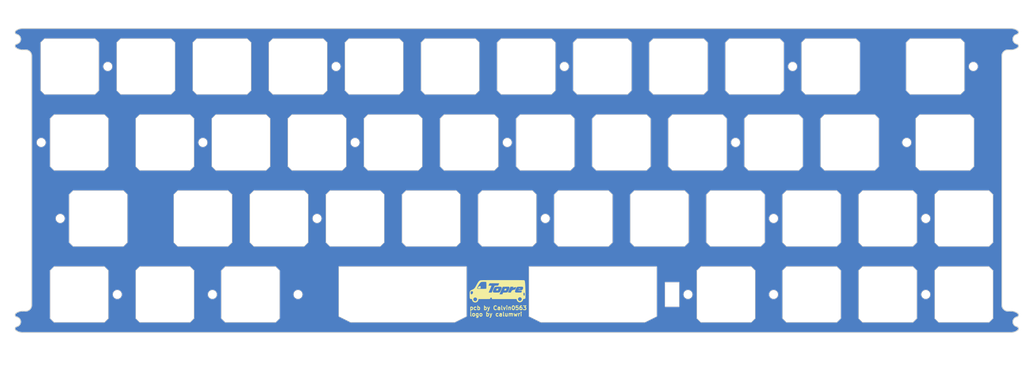
<source format=kicad_pcb>
(kicad_pcb (version 20240108) (generator "pcbnew") (generator_version "8.0")
  (layers (0 "F.Cu" signal) (31 "B.Cu" signal) (34 "B.Paste" user) (35 "F.Paste" user) (36 "B.SilkS" user "B.Silkscreen") (37 "F.SilkS" user "F.Silkscreen") (38 "B.Mask" user) (39 "F.Mask" user) (44 "Edge.Cuts" user))
  (net 0 "")
  (net 1 "GND")
  (footprint "cipulot_parts:ecs_plate_cut_1U" (layer "F.Cu") (at 146.84375 30.95625)
    (property "Reference" "REF**")
    (property "Value" "Value " (hide yes))
    (fp_line (start -7.3 -6) (end -7.3 6) (stroke (width 0.12)) (layer "Edge.Cuts"))
    (fp_line (start -7.3 6) (end -6.3 7) (stroke (width 0.12)) (layer "Edge.Cuts"))
    (fp_line (start -6.3 -7) (end -7.3 -6) (stroke (width 0.12)) (layer "Edge.Cuts"))
    (fp_line (start -6.3 7) (end 6.3 7) (stroke (width 0.12)) (layer "Edge.Cuts"))
    (fp_line (start 6.3 -7) (end -6.3 -7) (stroke (width 0.12)) (layer "Edge.Cuts"))
    (fp_line (start 6.3 -7) (end 7.3 -6) (stroke (width 0.12)) (layer "Edge.Cuts"))
    (fp_line (start 6.3 7) (end 7.3 6) (stroke (width 0.12)) (layer "Edge.Cuts"))
    (fp_line (start 7.3 6) (end 7.3 -6) (stroke (width 0.12)) (layer "Edge.Cuts"))
  )
  (footprint "cipulot_parts:ecs_plate_cut_1U" (layer "F.Cu") (at 56.35625 88.10625)
    (property "Reference" "REF**")
    (property "Value" "Value " (hide yes))
    (fp_line (start -7.3 -6) (end -7.3 6) (stroke (width 0.12)) (layer "Edge.Cuts"))
    (fp_line (start -7.3 6) (end -6.3 7) (stroke (width 0.12)) (layer "Edge.Cuts"))
    (fp_line (start -6.3 -7) (end -7.3 -6) (stroke (width 0.12)) (layer "Edge.Cuts"))
    (fp_line (start -6.3 7) (end 6.3 7) (stroke (width 0.12)) (layer "Edge.Cuts"))
    (fp_line (start 6.3 -7) (end -6.3 -7) (stroke (width 0.12)) (layer "Edge.Cuts"))
    (fp_line (start 6.3 -7) (end 7.3 -6) (stroke (width 0.12)) (layer "Edge.Cuts"))
    (fp_line (start 6.3 7) (end 7.3 6) (stroke (width 0.12)) (layer "Edge.Cuts"))
    (fp_line (start 7.3 6) (end 7.3 -6) (stroke (width 0.12)) (layer "Edge.Cuts"))
  )
  (footprint "cipulot_parts:ecs_plate_cut_1U" (layer "F.Cu") (at 34.925 88.10625)
    (property "Reference" "REF**")
    (property "Value" "Value " (hide yes))
    (fp_line (start -7.3 -6) (end -7.3 6) (stroke (width 0.12)) (layer "Edge.Cuts"))
    (fp_line (start -7.3 6) (end -6.3 7) (stroke (width 0.12)) (layer "Edge.Cuts"))
    (fp_line (start -6.3 -7) (end -7.3 -6) (stroke (width 0.12)) (layer "Edge.Cuts"))
    (fp_line (start -6.3 7) (end 6.3 7) (stroke (width 0.12)) (layer "Edge.Cuts"))
    (fp_line (start 6.3 -7) (end -6.3 -7) (stroke (width 0.12)) (layer "Edge.Cuts"))
    (fp_line (start 6.3 -7) (end 7.3 -6) (stroke (width 0.12)) (layer "Edge.Cuts"))
    (fp_line (start 6.3 7) (end 7.3 6) (stroke (width 0.12)) (layer "Edge.Cuts"))
    (fp_line (start 7.3 6) (end 7.3 -6) (stroke (width 0.12)) (layer "Edge.Cuts"))
  )
  (footprint "cipulot_parts:ecs_plate_cut_1U" (layer "F.Cu") (at 113.50625 50.00625)
    (property "Reference" "REF**")
    (property "Value" "Value " (hide yes))
    (fp_line (start -7.3 -6) (end -7.3 6) (stroke (width 0.12)) (layer "Edge.Cuts"))
    (fp_line (start -7.3 6) (end -6.3 7) (stroke (width 0.12)) (layer "Edge.Cuts"))
    (fp_line (start -6.3 -7) (end -7.3 -6) (stroke (width 0.12)) (layer "Edge.Cuts"))
    (fp_line (start -6.3 7) (end 6.3 7) (stroke (width 0.12)) (layer "Edge.Cuts"))
    (fp_line (start 6.3 -7) (end -6.3 -7) (stroke (width 0.12)) (layer "Edge.Cuts"))
    (fp_line (start 6.3 -7) (end 7.3 -6) (stroke (width 0.12)) (layer "Edge.Cuts"))
    (fp_line (start 6.3 7) (end 7.3 6) (stroke (width 0.12)) (layer "Edge.Cuts"))
    (fp_line (start 7.3 6) (end 7.3 -6) (stroke (width 0.12)) (layer "Edge.Cuts"))
  )
  (footprint "cipulot_parts:ecs_plate_cut_1U" (layer "F.Cu") (at 180.18125 69.05625)
    (property "Reference" "REF**")
    (property "Value" "Value " (hide yes))
    (fp_line (start -7.3 -6) (end -7.3 6) (stroke (width 0.12)) (layer "Edge.Cuts"))
    (fp_line (start -7.3 6) (end -6.3 7) (stroke (width 0.12)) (layer "Edge.Cuts"))
    (fp_line (start -6.3 -7) (end -7.3 -6) (stroke (width 0.12)) (layer "Edge.Cuts"))
    (fp_line (start -6.3 7) (end 6.3 7) (stroke (width 0.12)) (layer "Edge.Cuts"))
    (fp_line (start 6.3 -7) (end -6.3 -7) (stroke (width 0.12)) (layer "Edge.Cuts"))
    (fp_line (start 6.3 -7) (end 7.3 -6) (stroke (width 0.12)) (layer "Edge.Cuts"))
    (fp_line (start 6.3 7) (end 7.3 6) (stroke (width 0.12)) (layer "Edge.Cuts"))
    (fp_line (start 7.3 6) (end 7.3 -6) (stroke (width 0.12)) (layer "Edge.Cuts"))
  )
  (footprint "cipulot_parts:ecs_plate_cut_1U" (layer "F.Cu") (at 94.45625 50.00625)
    (property "Reference" "REF**")
    (property "Value" "Value " (hide yes))
    (fp_line (start -7.3 -6) (end -7.3 6) (stroke (width 0.12)) (layer "Edge.Cuts"))
    (fp_line (start -7.3 6) (end -6.3 7) (stroke (width 0.12)) (layer "Edge.Cuts"))
    (fp_line (start -6.3 -7) (end -7.3 -6) (stroke (width 0.12)) (layer "Edge.Cuts"))
    (fp_line (start -6.3 7) (end 6.3 7) (stroke (width 0.12)) (layer "Edge.Cuts"))
    (fp_line (start 6.3 -7) (end -6.3 -7) (stroke (width 0.12)) (layer "Edge.Cuts"))
    (fp_line (start 6.3 -7) (end 7.3 -6) (stroke (width 0.12)) (layer "Edge.Cuts"))
    (fp_line (start 6.3 7) (end 7.3 6) (stroke (width 0.12)) (layer "Edge.Cuts"))
    (fp_line (start 7.3 6) (end 7.3 -6) (stroke (width 0.12)) (layer "Edge.Cuts"))
  )
  (footprint "cipulot_parts:ecs_plate_cut_1U" (layer "F.Cu") (at 75.40625 50.00625)
    (property "Reference" "REF**")
    (property "Value" "Value " (hide yes))
    (fp_line (start -7.3 -6) (end -7.3 6) (stroke (width 0.12)) (layer "Edge.Cuts"))
    (fp_line (start -7.3 6) (end -6.3 7) (stroke (width 0.12)) (layer "Edge.Cuts"))
    (fp_line (start -6.3 -7) (end -7.3 -6) (stroke (width 0.12)) (layer "Edge.Cuts"))
    (fp_line (start -6.3 7) (end 6.3 7) (stroke (width 0.12)) (layer "Edge.Cuts"))
    (fp_line (start 6.3 -7) (end -6.3 -7) (stroke (width 0.12)) (layer "Edge.Cuts"))
    (fp_line (start 6.3 -7) (end 7.3 -6) (stroke (width 0.12)) (layer "Edge.Cuts"))
    (fp_line (start 6.3 7) (end 7.3 6) (stroke (width 0.12)) (layer "Edge.Cuts"))
    (fp_line (start 7.3 6) (end 7.3 -6) (stroke (width 0.12)) (layer "Edge.Cuts"))
  )
  (footprint "cipulot_parts:ecs_plate_cut_1U" (layer "F.Cu") (at 223.04375 30.95625)
    (property "Reference" "REF**")
    (property "Value" "Value " (hide yes))
    (fp_line (start -7.3 -6) (end -7.3 6) (stroke (width 0.12)) (layer "Edge.Cuts"))
    (fp_line (start -7.3 6) (end -6.3 7) (stroke (width 0.12)) (layer "Edge.Cuts"))
    (fp_line (start -6.3 -7) (end -7.3 -6) (stroke (width 0.12)) (layer "Edge.Cuts"))
    (fp_line (start -6.3 7) (end 6.3 7) (stroke (width 0.12)) (layer "Edge.Cuts"))
    (fp_line (start 6.3 -7) (end -6.3 -7) (stroke (width 0.12)) (layer "Edge.Cuts"))
    (fp_line (start 6.3 -7) (end 7.3 -6) (stroke (width 0.12)) (layer "Edge.Cuts"))
    (fp_line (start 6.3 7) (end 7.3 6) (stroke (width 0.12)) (layer "Edge.Cuts"))
    (fp_line (start 7.3 6) (end 7.3 -6) (stroke (width 0.12)) (layer "Edge.Cuts"))
  )
  (footprint "cipulot_parts:ecs_plate_cut_1U" (layer "F.Cu") (at 251.61875 50.00625)
    (property "Reference" "REF**")
    (property "Value" "Value " (hide yes))
    (fp_line (start -7.3 -6) (end -7.3 6) (stroke (width 0.12)) (layer "Edge.Cuts"))
    (fp_line (start -7.3 6) (end -6.3 7) (stroke (width 0.12)) (layer "Edge.Cuts"))
    (fp_line (start -6.3 -7) (end -7.3 -6) (stroke (width 0.12)) (layer "Edge.Cuts"))
    (fp_line (start -6.3 7) (end 6.3 7) (stroke (width 0.12)) (layer "Edge.Cuts"))
    (fp_line (start 6.3 -7) (end -6.3 -7) (stroke (width 0.12)) (layer "Edge.Cuts"))
    (fp_line (start 6.3 -7) (end 7.3 -6) (stroke (width 0.12)) (layer "Edge.Cuts"))
    (fp_line (start 6.3 7) (end 7.3 6) (stroke (width 0.12)) (layer "Edge.Cuts"))
    (fp_line (start 7.3 6) (end 7.3 -6) (stroke (width 0.12)) (layer "Edge.Cuts"))
  )
  (footprint "cipulot_parts:ecs_plate_cut_1U" (layer "F.Cu") (at 249.2375 30.95625)
    (property "Reference" "REF**")
    (property "Value" "Value " (hide yes))
    (fp_line (start -7.3 -6) (end -7.3 6) (stroke (width 0.12)) (layer "Edge.Cuts"))
    (fp_line (start -7.3 6) (end -6.3 7) (stroke (width 0.12)) (layer "Edge.Cuts"))
    (fp_line (start -6.3 -7) (end -7.3 -6) (stroke (width 0.12)) (layer "Edge.Cuts"))
    (fp_line (start -6.3 7) (end 6.3 7) (stroke (width 0.12)) (layer "Edge.Cuts"))
    (fp_line (start 6.3 -7) (end -6.3 -7) (stroke (width 0.12)) (layer "Edge.Cuts"))
    (fp_line (start 6.3 -7) (end 7.3 -6) (stroke (width 0.12)) (layer "Edge.Cuts"))
    (fp_line (start 6.3 7) (end 7.3 6) (stroke (width 0.12)) (layer "Edge.Cuts"))
    (fp_line (start 7.3 6) (end 7.3 -6) (stroke (width 0.12)) (layer "Edge.Cuts"))
  )
  (footprint "cipulot_parts:ecs_plate_cut_1U" (layer "F.Cu") (at 127.79375 30.95625)
    (property "Reference" "REF**")
    (property "Value" "Value " (hide yes))
    (fp_line (start -7.3 -6) (end -7.3 6) (stroke (width 0.12)) (layer "Edge.Cuts"))
    (fp_line (start -7.3 6) (end -6.3 7) (stroke (width 0.12)) (layer "Edge.Cuts"))
    (fp_line (start -6.3 -7) (end -7.3 -6) (stroke (width 0.12)) (layer "Edge.Cuts"))
    (fp_line (start -6.3 7) (end 6.3 7) (stroke (width 0.12)) (layer "Edge.Cuts"))
    (fp_line (start 6.3 -7) (end -6.3 -7) (stroke (width 0.12)) (layer "Edge.Cuts"))
    (fp_line (start 6.3 -7) (end 7.3 -6) (stroke (width 0.12)) (layer "Edge.Cuts"))
    (fp_line (start 6.3 7) (end 7.3 6) (stroke (width 0.12)) (layer "Edge.Cuts"))
    (fp_line (start 7.3 6) (end 7.3 -6) (stroke (width 0.12)) (layer "Edge.Cuts"))
  )
  (footprint "cipulot_parts:ecs_plate_cut_1U" (layer "F.Cu") (at 208.75625 50.00625)
    (property "Reference" "REF**")
    (property "Value" "Value " (hide yes))
    (fp_line (start -7.3 -6) (end -7.3 6) (stroke (width 0.12)) (layer "Edge.Cuts"))
    (fp_line (start -7.3 6) (end -6.3 7) (stroke (width 0.12)) (layer "Edge.Cuts"))
    (fp_line (start -6.3 -7) (end -7.3 -6) (stroke (width 0.12)) (layer "Edge.Cuts"))
    (fp_line (start -6.3 7) (end 6.3 7) (stroke (width 0.12)) (layer "Edge.Cuts"))
    (fp_line (start 6.3 -7) (end -6.3 -7) (stroke (width 0.12)) (layer "Edge.Cuts"))
    (fp_line (start 6.3 -7) (end 7.3 -6) (stroke (width 0.12)) (layer "Edge.Cuts"))
    (fp_line (start 6.3 7) (end 7.3 6) (stroke (width 0.12)) (layer "Edge.Cuts"))
    (fp_line (start 7.3 6) (end 7.3 -6) (stroke (width 0.12)) (layer "Edge.Cuts"))
  )
  (footprint "cipulot_parts:ecs_plate_cut_1U" (layer "F.Cu") (at 84.93125 69.05625)
    (property "Reference" "REF**")
    (property "Value" "Value " (hide yes))
    (fp_line (start -7.3 -6) (end -7.3 6) (stroke (width 0.12)) (layer "Edge.Cuts"))
    (fp_line (start -7.3 6) (end -6.3 7) (stroke (width 0.12)) (layer "Edge.Cuts"))
    (fp_line (start -6.3 -7) (end -7.3 -6) (stroke (width 0.12)) (layer "Edge.Cuts"))
    (fp_line (start -6.3 7) (end 6.3 7) (stroke (width 0.12)) (layer "Edge.Cuts"))
    (fp_line (start 6.3 -7) (end -6.3 -7) (stroke (width 0.12)) (layer "Edge.Cuts"))
    (fp_line (start 6.3 -7) (end 7.3 -6) (stroke (width 0.12)) (layer "Edge.Cuts"))
    (fp_line (start 6.3 7) (end 7.3 6) (stroke (width 0.12)) (layer "Edge.Cuts"))
    (fp_line (start 7.3 6) (end 7.3 -6) (stroke (width 0.12)) (layer "Edge.Cuts"))
  )
  (footprint "cipulot_parts:ecs_plate_cut_2U" (layer "F.Cu") (at 115.8875 88.10625)
    (property "Reference" "REF**")
    (property "Value" "Value " (hide yes))
    (fp_line (start -16 -7) (end 16 -7) (stroke (width 0.12)) (layer "Edge.Cuts"))
    (fp_line (start -16 0) (end -16 -7) (stroke (width 0.12)) (layer "Edge.Cuts"))
    (fp_line (start -16 0) (end -16 5.5) (stroke (width 0.12)) (layer "Edge.Cuts"))
    (fp_line (start -16 5.5) (end -13 7) (stroke (width 0.12)) (layer "Edge.Cuts"))
    (fp_line (start 13 7) (end -13 7) (stroke (width 0.12)) (layer "Edge.Cuts"))
    (fp_line (start 16 -7) (end 16 0) (stroke (width 0.12)) (layer "Edge.Cuts"))
    (fp_line (start 16 0) (end 16 5.5) (stroke (width 0.12)) (layer "Edge.Cuts"))
    (fp_line (start 16 5.5) (end 13 7) (stroke (width 0.12)) (layer "Edge.Cuts"))
  )
  (footprint "cipulot_parts:ecs_plate_cut_1U" (layer "F.Cu") (at 39.6875 69.05625)
    (property "Reference" "REF**")
    (property "Value" "Value " (hide yes))
    (fp_line (start -7.3 -6) (end -7.3 6) (stroke (width 0.12)) (layer "Edge.Cuts"))
    (fp_line (start -7.3 6) (end -6.3 7) (stroke (width 0.12)) (layer "Edge.Cuts"))
    (fp_line (start -6.3 -7) (end -7.3 -6) (stroke (width 0.12)) (layer "Edge.Cuts"))
    (fp_line (start -6.3 7) (end 6.3 7) (stroke (width 0.12)) (layer "Edge.Cuts"))
    (fp_line (start 6.3 -7) (end -6.3 -7) (stroke (width 0.12)) (layer "Edge.Cuts"))
    (fp_line (start 6.3 -7) (end 7.3 -6) (stroke (width 0.12)) (layer "Edge.Cuts"))
    (fp_line (start 6.3 7) (end 7.3 6) (stroke (width 0.12)) (layer "Edge.Cuts"))
    (fp_line (start 7.3 6) (end 7.3 -6) (stroke (width 0.12)) (layer "Edge.Cuts"))
  )
  (footprint "cipulot_parts:ecs_plate_cut_1U" (layer "F.Cu") (at 199.23125 69.05625)
    (property "Reference" "REF**")
    (property "Value" "Value " (hide yes))
    (fp_line (start -7.3 -6) (end -7.3 6) (stroke (width 0.12)) (layer "Edge.Cuts"))
    (fp_line (start -7.3 6) (end -6.3 7) (stroke (width 0.12)) (layer "Edge.Cuts"))
    (fp_line (start -6.3 -7) (end -7.3 -6) (stroke (width 0.12)) (layer "Edge.Cuts"))
    (fp_line (start -6.3 7) (end 6.3 7) (stroke (width 0.12)) (layer "Edge.Cuts"))
    (fp_line (start 6.3 -7) (end -6.3 -7) (stroke (width 0.12)) (layer "Edge.Cuts"))
    (fp_line (start 6.3 -7) (end 7.3 -6) (stroke (width 0.12)) (layer "Edge.Cuts"))
    (fp_line (start 6.3 7) (end 7.3 6) (stroke (width 0.12)) (layer "Edge.Cuts"))
    (fp_line (start 7.3 6) (end 7.3 -6) (stroke (width 0.12)) (layer "Edge.Cuts"))
  )
  (footprint "cipulot_parts:ecs_plate_cut_1U" (layer "F.Cu") (at 196.85 88.10625)
    (property "Reference" "REF**")
    (property "Value" "Value " (hide yes))
    (fp_line (start -7.3 -6) (end -7.3 6) (stroke (width 0.12)) (layer "Edge.Cuts"))
    (fp_line (start -7.3 6) (end -6.3 7) (stroke (width 0.12)) (layer "Edge.Cuts"))
    (fp_line (start -6.3 -7) (end -7.3 -6) (stroke (width 0.12)) (layer "Edge.Cuts"))
    (fp_line (start -6.3 7) (end 6.3 7) (stroke (width 0.12)) (layer "Edge.Cuts"))
    (fp_line (start 6.3 -7) (end -6.3 -7) (stroke (width 0.12)) (layer "Edge.Cuts"))
    (fp_line (start 6.3 -7) (end 7.3 -6) (stroke (width 0.12)) (layer "Edge.Cuts"))
    (fp_line (start 6.3 7) (end 7.3 6) (stroke (width 0.12)) (layer "Edge.Cuts"))
    (fp_line (start 7.3 6) (end 7.3 -6) (stroke (width 0.12)) (layer "Edge.Cuts"))
  )
  (footprint "cipulot_parts:ecs_plate_cut_1U" (layer "F.Cu") (at 189.70625 50.00625)
    (property "Reference" "REF**")
    (property "Value" "Value " (hide yes))
    (fp_line (start -7.3 -6) (end -7.3 6) (stroke (width 0.12)) (layer "Edge.Cuts"))
    (fp_line (start -7.3 6) (end -6.3 7) (stroke (width 0.12)) (layer "Edge.Cuts"))
    (fp_line (start -6.3 -7) (end -7.3 -6) (stroke (width 0.12)) (layer "Edge.Cuts"))
    (fp_line (start -6.3 7) (end 6.3 7) (stroke (width 0.12)) (layer "Edge.Cuts"))
    (fp_line (start 6.3 -7) (end -6.3 -7) (stroke (width 0.12)) (layer "Edge.Cuts"))
    (fp_line (start 6.3 -7) (end 7.3 -6) (stroke (width 0.12)) (layer "Edge.Cuts"))
    (fp_line (start 6.3 7) (end 7.3 6) (stroke (width 0.12)) (layer "Edge.Cuts"))
    (fp_line (start 7.3 6) (end 7.3 -6) (stroke (width 0.12)) (layer "Edge.Cuts"))
  )
  (footprint "cipulot_parts:ecs_plate_cut_1U" (layer "F.Cu") (at 34.925 50.00625)
    (property "Reference" "REF**")
    (property "Value" "Value " (hide yes))
    (fp_line (start -7.3 -6) (end -7.3 6) (stroke (width 0.12)) (layer "Edge.Cuts"))
    (fp_line (start -7.3 6) (end -6.3 7) (stroke (width 0.12)) (layer "Edge.Cuts"))
    (fp_line (start -6.3 -7) (end -7.3 -6) (stroke (width 0.12)) (layer "Edge.Cuts"))
    (fp_line (start -6.3 7) (end 6.3 7) (stroke (width 0.12)) (layer "Edge.Cuts"))
    (fp_line (start 6.3 -7) (end -6.3 -7) (stroke (width 0.12)) (layer "Edge.Cuts"))
    (fp_line (start 6.3 -7) (end 7.3 -6) (stroke (width 0.12)) (layer "Edge.Cuts"))
    (fp_line (start 6.3 7) (end 7.3 6) (stroke (width 0.12)) (layer "Edge.Cuts"))
    (fp_line (start 7.3 6) (end 7.3 -6) (stroke (width 0.12)) (layer "Edge.Cuts"))
  )
  (footprint "cipulot_parts:ecs_plate_cut_1U" (layer "F.Cu") (at 56.35625 50.00625)
    (property "Reference" "REF**")
    (property "Value" "Value " (hide yes))
    (fp_line (start -7.3 -6) (end -7.3 6) (stroke (width 0.12)) (layer "Edge.Cuts"))
    (fp_line (start -7.3 6) (end -6.3 7) (stroke (width 0.12)) (layer "Edge.Cuts"))
    (fp_line (start -6.3 -7) (end -7.3 -6) (stroke (width 0.12)) (layer "Edge.Cuts"))
    (fp_line (start -6.3 7) (end 6.3 7) (stroke (width 0.12)) (layer "Edge.Cuts"))
    (fp_line (start 6.3 -7) (end -6.3 -7) (stroke (width 0.12)) (layer "Edge.Cuts"))
    (fp_line (start 6.3 -7) (end 7.3 -6) (stroke (width 0.12)) (layer "Edge.Cuts"))
    (fp_line (start 6.3 7) (end 7.3 6) (stroke (width 0.12)) (layer "Edge.Cuts"))
    (fp_line (start 7.3 6) (end 7.3 -6) (stroke (width 0.12)) (layer "Edge.Cuts"))
  )
  (footprint "cipulot_parts:ecs_plate_cut_1U" (layer "F.Cu") (at 256.38125 88.10625)
    (property "Reference" "REF**")
    (property "Value" "Value " (hide yes))
    (fp_line (start -7.3 -6) (end -7.3 6) (stroke (width 0.12)) (layer "Edge.Cuts"))
    (fp_line (start -7.3 6) (end -6.3 7) (stroke (width 0.12)) (layer "Edge.Cuts"))
    (fp_line (start -6.3 -7) (end -7.3 -6) (stroke (width 0.12)) (layer "Edge.Cuts"))
    (fp_line (start -6.3 7) (end 6.3 7) (stroke (width 0.12)) (layer "Edge.Cuts"))
    (fp_line (start 6.3 -7) (end -6.3 -7) (stroke (width 0.12)) (layer "Edge.Cuts"))
    (fp_line (start 6.3 -7) (end 7.3 -6) (stroke (width 0.12)) (layer "Edge.Cuts"))
    (fp_line (start 6.3 7) (end 7.3 6) (stroke (width 0.12)) (layer "Edge.Cuts"))
    (fp_line (start 7.3 6) (end 7.3 -6) (stroke (width 0.12)) (layer "Edge.Cuts"))
  )
  (footprint "cipulot_parts:ecs_plate_cut_1U" (layer "F.Cu") (at 123.03125 69.05625)
    (property "Reference" "REF**")
    (property "Value" "Value " (hide yes))
    (fp_line (start -7.3 -6) (end -7.3 6) (stroke (width 0.12)) (layer "Edge.Cuts"))
    (fp_line (start -7.3 6) (end -6.3 7) (stroke (width 0.12)) (layer "Edge.Cuts"))
    (fp_line (start -6.3 -7) (end -7.3 -6) (stroke (width 0.12)) (layer "Edge.Cuts"))
    (fp_line (start -6.3 7) (end 6.3 7) (stroke (width 0.12)) (layer "Edge.Cuts"))
    (fp_line (start 6.3 -7) (end -6.3 -7) (stroke (width 0.12)) (layer "Edge.Cuts"))
    (fp_line (start 6.3 -7) (end 7.3 -6) (stroke (width 0.12)) (layer "Edge.Cuts"))
    (fp_line (start 6.3 7) (end 7.3 6) (stroke (width 0.12)) (layer "Edge.Cuts"))
    (fp_line (start 7.3 6) (end 7.3 -6) (stroke (width 0.12)) (layer "Edge.Cuts"))
  )
  (footprint "cipulot_parts:ecs_plate_cut_1U" (layer "F.Cu") (at 32.54375 30.95625)
    (property "Reference" "REF**")
    (property "Value" "Value " (hide yes))
    (fp_line (start -7.3 -6) (end -7.3 6) (stroke (width 0.12)) (layer "Edge.Cuts"))
    (fp_line (start -7.3 6) (end -6.3 7) (stroke (width 0.12)) (layer "Edge.Cuts"))
    (fp_line (start -6.3 -7) (end -7.3 -6) (stroke (width 0.12)) (layer "Edge.Cuts"))
    (fp_line (start -6.3 7) (end 6.3 7) (stroke (width 0.12)) (layer "Edge.Cuts"))
    (fp_line (start 6.3 -7) (end -6.3 -7) (stroke (width 0.12)) (layer "Edge.Cuts"))
    (fp_line (start 6.3 -7) (end 7.3 -6) (stroke (width 0.12)) (layer "Edge.Cuts"))
    (fp_line (start 6.3 7) (end 7.3 6) (stroke (width 0.12)) (layer "Edge.Cuts"))
    (fp_line (start 7.3 6) (end 7.3 -6) (stroke (width 0.12)) (layer "Edge.Cuts"))
  )
  (footprint "cipulot_parts:ecs_plate_cut_1U" (layer "F.Cu") (at 161.13125 69.05625)
    (property "Reference" "REF**")
    (property "Value" "Value " (hide yes))
    (fp_line (start -7.3 -6) (end -7.3 6) (stroke (width 0.12)) (layer "Edge.Cuts"))
    (fp_line (start -7.3 6) (end -6.3 7) (stroke (width 0.12)) (layer "Edge.Cuts"))
    (fp_line (start -6.3 -7) (end -7.3 -6) (stroke (width 0.12)) (layer "Edge.Cuts"))
    (fp_line (start -6.3 7) (end 6.3 7) (stroke (width 0.12)) (layer "Edge.Cuts"))
    (fp_line (start 6.3 -7) (end -6.3 -7) (stroke (width 0.12)) (layer "Edge.Cuts"))
    (fp_line (start 6.3 -7) (end 7.3 -6) (stroke (width 0.12)) (layer "Edge.Cuts"))
    (fp_line (start 6.3 7) (end 7.3 6) (stroke (width 0.12)) (layer "Edge.Cuts"))
    (fp_line (start 7.3 6) (end 7.3 -6) (stroke (width 0.12)) (layer "Edge.Cuts"))
  )
  (footprint "cipulot_parts:ecs_plate_cut_1U" (layer "F.Cu") (at 132.55625 50.00625)
    (property "Reference" "REF**")
    (property "Value" "Value " (hide yes))
    (fp_line (start -7.3 -6) (end -7.3 6) (stroke (width 0.12)) (layer "Edge.Cuts"))
    (fp_line (start -7.3 6) (end -6.3 7) (stroke (width 0.12)) (layer "Edge.Cuts"))
    (fp_line (start -6.3 -7) (end -7.3 -6) (stroke (width 0.12)) (layer "Edge.Cuts"))
    (fp_line (start -6.3 7) (end 6.3 7) (stroke (width 0.12)) (layer "Edge.Cuts"))
    (fp_line (start 6.3 -7) (end -6.3 -7) (stroke (width 0.12)) (layer "Edge.Cuts"))
    (fp_line (start 6.3 -7) (end 7.3 -6) (stroke (width 0.12)) (layer "Edge.Cuts"))
    (fp_line (start 6.3 7) (end 7.3 6) (stroke (width 0.12)) (layer "Edge.Cuts"))
    (fp_line (start 7.3 6) (end 7.3 -6) (stroke (width 0.12)) (layer "Edge.Cuts"))
  )
  (footprint "cipulot_parts:ecs_plate_cut_1U" (layer "F.Cu") (at 65.88125 69.05625)
    (property "Reference" "REF**")
    (property "Value" "Value " (hide yes))
    (fp_line (start -7.3 -6) (end -7.3 6) (stroke (width 0.12)) (layer "Edge.Cuts"))
    (fp_line (start -7.3 6) (end -6.3 7) (stroke (width 0.12)) (layer "Edge.Cuts"))
    (fp_line (start -6.3 -7) (end -7.3 -6) (stroke (width 0.12)) (layer "Edge.Cuts"))
    (fp_line (start -6.3 7) (end 6.3 7) (stroke (width 0.12)) (layer "Edge.Cuts"))
    (fp_line (start 6.3 -7) (end -6.3 -7) (stroke (width 0.12)) (layer "Edge.Cuts"))
    (fp_line (start 6.3 -7) (end 7.3 -6) (stroke (width 0.12)) (layer "Edge.Cuts"))
    (fp_line (start 6.3 7) (end 7.3 6) (stroke (width 0.12)) (layer "Edge.Cuts"))
    (fp_line (start 7.3 6) (end 7.3 -6) (stroke (width 0.12)) (layer "Edge.Cuts"))
  )
  (footprint "cipulot_parts:ecs_plate_cut_1U" (layer "F.Cu") (at 108.74375 30.95625)
    (property "Reference" "REF**")
    (property "Value" "Value " (hide yes))
    (fp_line (start -7.3 -6) (end -7.3 6) (stroke (width 0.12)) (layer "Edge.Cuts"))
    (fp_line (start -7.3 6) (end -6.3 7) (stroke (width 0.12)) (layer "Edge.Cuts"))
    (fp_line (start -6.3 -7) (end -7.3 -6) (stroke (width 0.12)) (layer "Edge.Cuts"))
    (fp_line (start -6.3 7) (end 6.3 7) (stroke (width 0.12)) (layer "Edge.Cuts"))
    (fp_line (start 6.3 -7) (end -6.3 -7) (stroke (width 0.12)) (layer "Edge.Cuts"))
    (fp_line (start 6.3 -7) (end 7.3 -6) (stroke (width 0.12)) (layer "Edge.Cuts"))
    (fp_line (start 6.3 7) (end 7.3 6) (stroke (width 0.12)) (layer "Edge.Cuts"))
    (fp_line (start 7.3 6) (end 7.3 -6) (stroke (width 0.12)) (layer "Edge.Cuts"))
  )
  (footprint "cipulot_parts:ecs_plate_cut_1U" (layer "F.Cu") (at 51.59375 30.95625)
    (property "Reference" "REF**")
    (property "Value" "Value " (hide yes))
    (fp_line (start -7.3 -6) (end -7.3 6) (stroke (width 0.12)) (layer "Edge.Cuts"))
    (fp_line (start -7.3 6) (end -6.3 7) (stroke (width 0.12)) (layer "Edge.Cuts"))
    (fp_line (start -6.3 -7) (end -7.3 -6) (stroke (width 0.12)) (layer "Edge.Cuts"))
    (fp_line (start -6.3 7) (end 6.3 7) (stroke (width 0.12)) (layer "Edge.Cuts"))
    (fp_line (start 6.3 -7) (end -6.3 -7) (stroke (width 0.12)) (layer "Edge.Cuts"))
    (fp_line (start 6.3 -7) (end 7.3 -6) (stroke (width 0.12)) (layer "Edge.Cuts"))
    (fp_line (start 6.3 7) (end 7.3 6) (stroke (width 0.12)) (layer "Edge.Cuts"))
    (fp_line (start 7.3 6) (end 7.3 -6) (stroke (width 0.12)) (layer "Edge.Cuts"))
  )
  (footprint "cipulot_parts:ecs_plate_cut_1U" (layer "F.Cu") (at 237.33125 69.05625)
    (property "Reference" "REF**")
    (property "Value" "Value " (hide yes))
    (fp_line (start -7.3 -6) (end -7.3 6) (stroke (width 0.12)) (layer "Edge.Cuts"))
    (fp_line (start -7.3 6) (end -6.3 7) (stroke (width 0.12)) (layer "Edge.Cuts"))
    (fp_line (start -6.3 -7) (end -7.3 -6) (stroke (width 0.12)) (layer "Edge.Cuts"))
    (fp_line (start -6.3 7) (end 6.3 7) (stroke (width 0.12)) (layer "Edge.Cuts"))
    (fp_line (start 6.3 -7) (end -6.3 -7) (stroke (width 0.12)) (layer "Edge.Cuts"))
    (fp_line (start 6.3 -7) (end 7.3 -6) (stroke (width 0.12)) (layer "Edge.Cuts"))
    (fp_line (start 6.3 7) (end 7.3 6) (stroke (width 0.12)) (layer "Edge.Cuts"))
    (fp_line (start 7.3 6) (end 7.3 -6) (stroke (width 0.12)) (layer "Edge.Cuts"))
  )
  (footprint "LOGO" (layer "F.Cu") (at 139.3 87.3125)
    (property "Reference" "G***" (hide yes))
    (property "Value" "LOGO" (hide yes))
  )
  (footprint "cipulot_parts:ecs_plate_cut_1U" (layer "F.Cu") (at 256.38125 69.05625)
    (property "Reference" "REF**")
    (property "Value" "Value " (hide yes))
    (fp_line (start -7.3 -6) (end -7.3 6) (stroke (width 0.12)) (layer "Edge.Cuts"))
    (fp_line (start -7.3 6) (end -6.3 7) (stroke (width 0.12)) (layer "Edge.Cuts"))
    (fp_line (start -6.3 -7) (end -7.3 -6) (stroke (width 0.12)) (layer "Edge.Cuts"))
    (fp_line (start -6.3 7) (end 6.3 7) (stroke (width 0.12)) (layer "Edge.Cuts"))
    (fp_line (start 6.3 -7) (end -6.3 -7) (stroke (width 0.12)) (layer "Edge.Cuts"))
    (fp_line (start 6.3 -7) (end 7.3 -6) (stroke (width 0.12)) (layer "Edge.Cuts"))
    (fp_line (start 6.3 7) (end 7.3 6) (stroke (width 0.12)) (layer "Edge.Cuts"))
    (fp_line (start 7.3 6) (end 7.3 -6) (stroke (width 0.12)) (layer "Edge.Cuts"))
  )
  (footprint "cipulot_parts:ecs_plate_cut_1U" (layer "F.Cu") (at 218.28125 88.10625)
    (property "Reference" "REF**")
    (property "Value" "Value " (hide yes))
    (fp_line (start -7.3 -6) (end -7.3 6) (stroke (width 0.12)) (layer "Edge.Cuts"))
    (fp_line (start -7.3 6) (end -6.3 7) (stroke (width 0.12)) (layer "Edge.Cuts"))
    (fp_line (start -6.3 -7) (end -7.3 -6) (stroke (width 0.12)) (layer "Edge.Cuts"))
    (fp_line (start -6.3 7) (end 6.3 7) (stroke (width 0.12)) (layer "Edge.Cuts"))
    (fp_line (start 6.3 -7) (end -6.3 -7) (stroke (width 0.12)) (layer "Edge.Cuts"))
    (fp_line (start 6.3 -7) (end 7.3 -6) (stroke (width 0.12)) (layer "Edge.Cuts"))
    (fp_line (start 6.3 7) (end 7.3 6) (stroke (width 0.12)) (layer "Edge.Cuts"))
    (fp_line (start 7.3 6) (end 7.3 -6) (stroke (width 0.12)) (layer "Edge.Cuts"))
  )
  (footprint "cipulot_parts:ecs_plate_cut_1U" (layer "F.Cu") (at 103.98125 69.05625)
    (property "Reference" "REF**")
    (property "Value" "Value " (hide yes))
    (fp_line (start -7.3 -6) (end -7.3 6) (stroke (width 0.12)) (layer "Edge.Cuts"))
    (fp_line (start -7.3 6) (end -6.3 7) (stroke (width 0.12)) (layer "Edge.Cuts"))
    (fp_line (start -6.3 -7) (end -7.3 -6) (stroke (width 0.12)) (layer "Edge.Cuts"))
    (fp_line (start -6.3 7) (end 6.3 7) (stroke (width 0.12)) (layer "Edge.Cuts"))
    (fp_line (start 6.3 -7) (end -6.3 -7) (stroke (width 0.12)) (layer "Edge.Cuts"))
    (fp_line (start 6.3 -7) (end 7.3 -6) (stroke (width 0.12)) (layer "Edge.Cuts"))
    (fp_line (start 6.3 7) (end 7.3 6) (stroke (width 0.12)) (layer "Edge.Cuts"))
    (fp_line (start 7.3 6) (end 7.3 -6) (stroke (width 0.12)) (layer "Edge.Cuts"))
  )
  (footprint "cipulot_parts:ecs_plate_cut_1U" (layer "F.Cu") (at 170.65625 50.00625)
    (property "Reference" "REF**")
    (property "Value" "Value " (hide yes))
    (fp_line (start -7.3 -6) (end -7.3 6) (stroke (width 0.12)) (layer "Edge.Cuts"))
    (fp_line (start -7.3 6) (end -6.3 7) (stroke (width 0.12)) (layer "Edge.Cuts"))
    (fp_line (start -6.3 -7) (end -7.3 -6) (stroke (width 0.12)) (layer "Edge.Cuts"))
    (fp_line (start -6.3 7) (end 6.3 7) (stroke (width 0.12)) (layer "Edge.Cuts"))
    (fp_line (start 6.3 -7) (end -6.3 -7) (stroke (width 0.12)) (layer "Edge.Cuts"))
    (fp_line (start 6.3 -7) (end 7.3 -6) (stroke (width 0.12)) (layer "Edge.Cuts"))
    (fp_line (start 6.3 7) (end 7.3 6) (stroke (width 0.12)) (layer "Edge.Cuts"))
    (fp_line (start 7.3 6) (end 7.3 -6) (stroke (width 0.12)) (layer "Edge.Cuts"))
  )
  (footprint "cipulot_parts:ecs_plate_cut_1U" (layer "F.Cu") (at 89.69375 30.95625)
    (property "Reference" "REF**")
    (property "Value" "Value " (hide yes))
    (fp_line (start -7.3 -6) (end -7.3 6) (stroke (width 0.12)) (layer "Edge.Cuts"))
    (fp_line (start -7.3 6) (end -6.3 7) (stroke (width 0.12)) (layer "Edge.Cuts"))
    (fp_line (start -6.3 -7) (end -7.3 -6) (stroke (width 0.12)) (layer "Edge.Cuts"))
    (fp_line (start -6.3 7) (end 6.3 7) (stroke (width 0.12)) (layer "Edge.Cuts"))
    (fp_line (start 6.3 -7) (end -6.3 -7) (stroke (width 0.12)) (layer "Edge.Cuts"))
    (fp_line (start 6.3 -7) (end 7.3 -6) (stroke (width 0.12)) (layer "Edge.Cuts"))
    (fp_line (start 6.3 7) (end 7.3 6) (stroke (width 0.12)) (layer "Edge.Cuts"))
    (fp_line (start 7.3 6) (end 7.3 -6) (stroke (width 0.12)) (layer "Edge.Cuts"))
  )
  (footprint "cipulot_parts:ecs_plate_cut_2U" (layer "F.Cu") (at 163.5125 88.10625)
    (property "Reference" "REF**")
    (property "Value" "Value " (hide yes))
    (fp_line (start -16 -7) (end 16 -7) (stroke (width 0.12)) (layer "Edge.Cuts"))
    (fp_line (start -16 0) (end -16 -7) (stroke (width 0.12)) (layer "Edge.Cuts"))
    (fp_line (start -16 0) (end -16 5.5) (stroke (width 0.12)) (layer "Edge.Cuts"))
    (fp_line (start -16 5.5) (end -13 7) (stroke (width 0.12)) (layer "Edge.Cuts"))
    (fp_line (start 13 7) (end -13 7) (stroke (width 0.12)) (layer "Edge.Cuts"))
    (fp_line (start 16 -7) (end 16 0) (stroke (width 0.12)) (layer "Edge.Cuts"))
    (fp_line (start 16 0) (end 16 5.5) (stroke (width 0.12)) (layer "Edge.Cuts"))
    (fp_line (start 16 5.5) (end 13 7) (stroke (width 0.12)) (layer "Edge.Cuts"))
  )
  (footprint "cipulot_parts:ecs_plate_cut_1U" (layer "F.Cu") (at 77.7875 88.10625)
    (property "Reference" "REF**")
    (property "Value" "Value " (hide yes))
    (fp_line (start -7.3 -6) (end -7.3 6) (stroke (width 0.12)) (layer "Edge.Cuts"))
    (fp_line (start -7.3 6) (end -6.3 7) (stroke (width 0.12)) (layer "Edge.Cuts"))
    (fp_line (start -6.3 -7) (end -7.3 -6) (stroke (width 0.12)) (layer "Edge.Cuts"))
    (fp_line (start -6.3 7) (end 6.3 7) (stroke (width 0.12)) (layer "Edge.Cuts"))
    (fp_line (start 6.3 -7) (end -6.3 -7) (stroke (width 0.12)) (layer "Edge.Cuts"))
    (fp_line (start 6.3 -7) (end 7.3 -6) (stroke (width 0.12)) (layer "Edge.Cuts"))
    (fp_line (start 6.3 7) (end 7.3 6) (stroke (width 0.12)) (layer "Edge.Cuts"))
    (fp_line (start 7.3 6) (end 7.3 -6) (stroke (width 0.12)) (layer "Edge.Cuts"))
  )
  (footprint "cipulot_parts:ecs_plate_cut_1U" (layer "F.Cu") (at 218.28125 69.05625)
    (property "Reference" "REF**")
    (property "Value" "Value " (hide yes))
    (fp_line (start -7.3 -6) (end -7.3 6) (stroke (width 0.12)) (layer "Edge.Cuts"))
    (fp_line (start -7.3 6) (end -6.3 7) (stroke (width 0.12)) (layer "Edge.Cuts"))
    (fp_line (start -6.3 -7) (end -7.3 -6) (stroke (width 0.12)) (layer "Edge.Cuts"))
    (fp_line (start -6.3 7) (end 6.3 7) (stroke (width 0.12)) (layer "Edge.Cuts"))
    (fp_line (start 6.3 -7) (end -6.3 -7) (stroke (width 0.12)) (layer "Edge.Cuts"))
    (fp_line (start 6.3 -7) (end 7.3 -6) (stroke (width 0.12)) (layer "Edge.Cuts"))
    (fp_line (start 6.3 7) (end 7.3 6) (stroke (width 0.12)) (layer "Edge.Cuts"))
    (fp_line (start 7.3 6) (end 7.3 -6) (stroke (width 0.12)) (layer "Edge.Cuts"))
  )
  (footprint "cipulot_parts:ecs_plate_cut_1U" (layer "F.Cu") (at 203.99375 30.95625)
    (property "Reference" "REF**")
    (property "Value" "Value " (hide yes))
    (fp_line (start -7.3 -6) (end -7.3 6) (stroke (width 0.12)) (layer "Edge.Cuts"))
    (fp_line (start -7.3 6) (end -6.3 7) (stroke (width 0.12)) (layer "Edge.Cuts"))
    (fp_line (start -6.3 -7) (end -7.3 -6) (stroke (width 0.12)) (layer "Edge.Cuts"))
    (fp_line (start -6.3 7) (end 6.3 7) (stroke (width 0.12)) (layer "Edge.Cuts"))
    (fp_line (start 6.3 -7) (end -6.3 -7) (stroke (width 0.12)) (layer "Edge.Cuts"))
    (fp_line (start 6.3 -7) (end 7.3 -6) (stroke (width 0.12)) (layer "Edge.Cuts"))
    (fp_line (start 6.3 7) (end 7.3 6) (stroke (width 0.12)) (layer "Edge.Cuts"))
    (fp_line (start 7.3 6) (end 7.3 -6) (stroke (width 0.12)) (layer "Edge.Cuts"))
  )
  (footprint "cipulot_parts:ecs_plate_cut_1U" (layer "F.Cu") (at 142.08125 69.05625)
    (property "Reference" "REF**")
    (property "Value" "Value " (hide yes))
    (fp_line (start -7.3 -6) (end -7.3 6) (stroke (width 0.12)) (layer "Edge.Cuts"))
    (fp_line (start -7.3 6) (end -6.3 7) (stroke (width 0.12)) (layer "Edge.Cuts"))
    (fp_line (start -6.3 -7) (end -7.3 -6) (stroke (width 0.12)) (layer "Edge.Cuts"))
    (fp_line (start -6.3 7) (end 6.3 7) (stroke (width 0.12)) (layer "Edge.Cuts"))
    (fp_line (start 6.3 -7) (end -6.3 -7) (stroke (width 0.12)) (layer "Edge.Cuts"))
    (fp_line (start 6.3 -7) (end 7.3 -6) (stroke (width 0.12)) (layer "Edge.Cuts"))
    (fp_line (start 6.3 7) (end 7.3 6) (stroke (width 0.12)) (layer "Edge.Cuts"))
    (fp_line (start 7.3 6) (end 7.3 -6) (stroke (width 0.12)) (layer "Edge.Cuts"))
  )
  (footprint "cipulot_parts:ecs_plate_cut_1U" (layer "F.Cu") (at 184.94375 30.95625)
    (property "Reference" "REF**")
    (property "Value" "Value " (hide yes))
    (fp_line (start -7.3 -6) (end -7.3 6) (stroke (width 0.12)) (layer "Edge.Cuts"))
    (fp_line (start -7.3 6) (end -6.3 7) (stroke (width 0.12)) (layer "Edge.Cuts"))
    (fp_line (start -6.3 -7) (end -7.3 -6) (stroke (width 0.12)) (layer "Edge.Cuts"))
    (fp_line (start -6.3 7) (end 6.3 7) (stroke (width 0.12)) (layer "Edge.Cuts"))
    (fp_line (start 6.3 -7) (end -6.3 -7) (stroke (width 0.12)) (layer "Edge.Cuts"))
    (fp_line (start 6.3 -7) (end 7.3 -6) (stroke (width 0.12)) (layer "Edge.Cuts"))
    (fp_line (start 6.3 7) (end 7.3 6) (stroke (width 0.12)) (layer "Edge.Cuts"))
    (fp_line (start 7.3 6) (end 7.3 -6) (stroke (width 0.12)) (layer "Edge.Cuts"))
  )
  (footprint "cipulot_parts:ecs_plate_cut_1U" (layer "F.Cu") (at 227.80625 50.00625)
    (property "Reference" "REF**")
    (property "Value" "Value " (hide yes))
    (fp_line (start -7.3 -6) (end -7.3 6) (stroke (width 0.12)) (layer "Edge.Cuts"))
    (fp_line (start -7.3 6) (end -6.3 7) (stroke (width 0.12)) (layer "Edge.Cuts"))
    (fp_line (start -6.3 -7) (end -7.3 -6) (stroke (width 0.12)) (layer "Edge.Cuts"))
    (fp_line (start -6.3 7) (end 6.3 7) (stroke (width 0.12)) (layer "Edge.Cuts"))
    (fp_line (start 6.3 -7) (end -6.3 -7) (stroke (width 0.12)) (layer "Edge.Cuts"))
    (fp_line (start 6.3 -7) (end 7.3 -6) (stroke (width 0.12)) (layer "Edge.Cuts"))
    (fp_line (start 6.3 7) (end 7.3 6) (stroke (width 0.12)) (layer "Edge.Cuts"))
    (fp_line (start 7.3 6) (end 7.3 -6) (stroke (width 0.12)) (layer "Edge.Cuts"))
  )
  (footprint "cipulot_parts:ecs_plate_cut_1U" (layer "F.Cu") (at 70.64375 30.95625)
    (property "Reference" "REF**")
    (property "Value" "Value " (hide yes))
    (fp_line (start -7.3 -6) (end -7.3 6) (stroke (width 0.12)) (layer "Edge.Cuts"))
    (fp_line (start -7.3 6) (end -6.3 7) (stroke (width 0.12)) (layer "Edge.Cuts"))
    (fp_line (start -6.3 -7) (end -7.3 -6) (stroke (width 0.12)) (layer "Edge.Cuts"))
    (fp_line (start -6.3 7) (end 6.3 7) (stroke (width 0.12)) (layer "Edge.Cuts"))
    (fp_line (start 6.3 -7) (end -6.3 -7) (stroke (width 0.12)) (layer "Edge.Cuts"))
    (fp_line (start 6.3 -7) (end 7.3 -6) (stroke (width 0.12)) (layer "Edge.Cuts"))
    (fp_line (start 6.3 7) (end 7.3 6) (stroke (width 0.12)) (layer "Edge.Cuts"))
    (fp_line (start 7.3 6) (end 7.3 -6) (stroke (width 0.12)) (layer "Edge.Cuts"))
  )
  (footprint "cipulot_parts:ecs_plate_cut_1U" (layer "F.Cu") (at 151.60625 50.00625)
    (property "Reference" "REF**")
    (property "Value" "Value " (hide yes))
    (fp_line (start -7.3 -6) (end -7.3 6) (stroke (width 0.12)) (layer "Edge.Cuts"))
    (fp_line (start -7.3 6) (end -6.3 7) (stroke (width 0.12)) (layer "Edge.Cuts"))
    (fp_line (start -6.3 -7) (end -7.3 -6) (stroke (width 0.12)) (layer "Edge.Cuts"))
    (fp_line (start -6.3 7) (end 6.3 7) (stroke (width 0.12)) (layer "Edge.Cuts"))
    (fp_line (start 6.3 -7) (end -6.3 -7) (stroke (width 0.12)) (layer "Edge.Cuts"))
    (fp_line (start 6.3 -7) (end 7.3 -6) (stroke (width 0.12)) (layer "Edge.Cuts"))
    (fp_line (start 6.3 7) (end 7.3 6) (stroke (width 0.12)) (layer "Edge.Cuts"))
    (fp_line (start 7.3 6) (end 7.3 -6) (stroke (width 0.12)) (layer "Edge.Cuts"))
  )
  (footprint "cipulot_parts:ecs_plate_cut_1U" (layer "F.Cu") (at 165.89375 30.95625)
    (property "Reference" "REF**")
    (property "Value" "Value " (hide yes))
    (fp_line (start -7.3 -6) (end -7.3 6) (stroke (width 0.12)) (layer "Edge.Cuts"))
    (fp_line (start -7.3 6) (end -6.3 7) (stroke (width 0.12)) (layer "Edge.Cuts"))
    (fp_line (start -6.3 -7) (end -7.3 -6) (stroke (width 0.12)) (layer "Edge.Cuts"))
    (fp_line (start -6.3 7) (end 6.3 7) (stroke (width 0.12)) (layer "Edge.Cuts"))
    (fp_line (start 6.3 -7) (end -6.3 -7) (stroke (width 0.12)) (layer "Edge.Cuts"))
    (fp_line (start 6.3 -7) (end 7.3 -6) (stroke (width 0.12)) (layer "Edge.Cuts"))
    (fp_line (start 6.3 7) (end 7.3 6) (stroke (width 0.12)) (layer "Edge.Cuts"))
    (fp_line (start 7.3 6) (end 7.3 -6) (stroke (width 0.12)) (layer "Edge.Cuts"))
  )
  (footprint "cipulot_parts:ecs_plate_cut_1U" (layer "F.Cu") (at 237.33125 88.10625)
    (property "Reference" "REF**")
    (property "Value" "Value " (hide yes))
    (fp_line (start -7.3 -6) (end -7.3 6) (stroke (width 0.12)) (layer "Edge.Cuts"))
    (fp_line (start -7.3 6) (end -6.3 7) (stroke (width 0.12)) (layer "Edge.Cuts"))
    (fp_line (start -6.3 -7) (end -7.3 -6) (stroke (width 0.12)) (layer "Edge.Cuts"))
    (fp_line (start -6.3 7) (end 6.3 7) (stroke (width 0.12)) (layer "Edge.Cuts"))
    (fp_line (start 6.3 -7) (end -6.3 -7) (stroke (width 0.12)) (layer "Edge.Cuts"))
    (fp_line (start 6.3 -7) (end 7.3 -6) (stroke (width 0.12)) (layer "Edge.Cuts"))
    (fp_line (start 6.3 7) (end 7.3 6) (stroke (width 0.12)) (layer "Edge.Cuts"))
    (fp_line (start 7.3 6) (end 7.3 -6) (stroke (width 0.12)) (layer "Edge.Cuts"))
  )
  (gr_circle (center 142.08125 50.00625) (end 143.203782 50.00625) (stroke (width 0.1)) (fill none) (layer "Edge.Cuts"))
  (gr_line (start 268.231251 92.28125) (end 267.406251 92.28125) (stroke (width 0.2)) (layer "Edge.Cuts"))
  (gr_line (start 265.90625 90.781249) (end 265.90625 28.281251) (stroke (width 0.2)) (layer "Edge.Cuts"))
  (gr_circle (center 156.36875 30.95625) (end 157.491282 30.95625) (stroke (width 0.1)) (fill none) (layer "Edge.Cuts"))
  (gr_circle (center 213.51875 30.95625) (end 214.641282 30.95625) (stroke (width 0.1)) (fill none) (layer "Edge.Cuts"))
  (gr_circle (center 187.325 88.10625) (end 188.447532 88.10625) (stroke (width 0.1)) (fill none) (layer "Edge.Cuts"))
  (gr_arc (start 19.261287 22.880005) (mid 18.871805 22.50492) (end 19.051303 21.994854) (stroke (width 0.2)) (layer "Edge.Cuts"))
  (gr_arc (start 19.261287 22.880005) (mid 20.26875 24.10625) (end 19.261287 25.332495) (stroke (width 0.2)) (layer "Edge.Cuts"))
  (gr_circle (center 68.2625 88.10625) (end 69.385032 88.10625) (stroke (width 0.1)) (fill none) (layer "Edge.Cuts"))
  (gr_circle (center 99.21875 30.95625) (end 100.341282 30.95625) (stroke (width 0.1)) (fill none) (layer "Edge.Cuts"))
  (gr_circle (center 246.85625 88.10625) (end 247.978782 88.10625) (stroke (width 0.1)) (fill none) (layer "Edge.Cuts"))
  (gr_arc (start 19.261287 93.730005) (mid 18.871805 93.35492) (end 19.051303 92.844854) (stroke (width 0.2)) (layer "Edge.Cuts"))
  (gr_arc (start 269.663713 25.332495) (mid 268.65625 24.10625) (end 269.663713 22.880005) (stroke (width 0.2)) (layer "Edge.Cuts"))
  (gr_arc (start 269.873697 97.067646) (mid 269.099479 97.486429) (end 268.231251 97.63125) (stroke (width 0.2)) (layer "Edge.Cuts"))
  (gr_circle (center 44.45 88.10625) (end 45.572532 88.10625) (stroke (width 0.1)) (fill none) (layer "Edge.Cuts"))
  (gr_circle (center 246.85625 69.05625) (end 247.978782 69.05625) (stroke (width 0.1)) (fill none) (layer "Edge.Cuts"))
  (gr_arc (start 268.231251 92.28125) (mid 269.099479 92.426071) (end 269.873697 92.844854) (stroke (width 0.2)) (layer "Edge.Cuts"))
  (gr_circle (center 208.75625 69.05625) (end 209.878782 69.05625) (stroke (width 0.1)) (fill none) (layer "Edge.Cuts"))
  (gr_circle (center 151.60625 69.05625) (end 152.728782 69.05625) (stroke (width 0.1)) (fill none) (layer "Edge.Cuts"))
  (gr_arc (start 23.01875 90.78125) (mid 22.57941 91.84191) (end 21.51875 92.28125) (stroke (width 0.2)) (layer "Edge.Cuts"))
  (gr_rect (start 181.557575 85.028334) (end 185.154924 91.182607) (stroke (width 0.1)) (fill none) (layer "Edge.Cuts"))
  (gr_arc (start 268.231251 21.43125) (mid 269.099479 21.576071) (end 269.873697 21.994854) (stroke (width 0.2)) (layer "Edge.Cuts"))
  (gr_arc (start 269.663713 25.332495) (mid 270.053196 25.707581) (end 269.873697 26.217646) (stroke (width 0.2)) (layer "Edge.Cuts"))
  (gr_circle (center 25.4 50.00625) (end 26.522532 50.00625) (stroke (width 0.1)) (fill none) (layer "Edge.Cuts"))
  (gr_line (start 20.69375 26.78125) (end 21.51875 26.78125) (stroke (width 0.2)) (layer "Edge.Cuts"))
  (gr_circle (center 89.69375 88.10625) (end 90.816282 88.10625) (stroke (width 0.1)) (fill none) (layer "Edge.Cuts"))
  (gr_circle (center 199.23125 50.00625) (end 200.353782 50.00625) (stroke (width 0.1)) (fill none) (layer "Edge.Cuts"))
  (gr_arc (start 19.261287 93.730005) (mid 20.26875 94.95625) (end 19.261287 96.182495) (stroke (width 0.2)) (layer "Edge.Cuts"))
  (gr_circle (center 42.06875 30.95625) (end 43.191282 30.95625) (stroke (width 0.1)) (fill none) (layer "Edge.Cuts"))
  (gr_arc (start 267.406251 92.28125) (mid 266.34559 91.84191) (end 265.90625 90.781249) (stroke (width 0.2)) (layer "Edge.Cuts"))
  (gr_circle (center 103.98125 50.00625) (end 105.103782 50.00625) (stroke (width 0.1)) (fill none) (layer "Edge.Cuts"))
  (gr_arc (start 21.51875 26.78125) (mid 22.57941 27.22059) (end 23.01875 28.28125) (stroke (width 0.2)) (layer "Edge.Cuts"))
  (gr_arc (start 269.663713 96.182495) (mid 270.053196 96.557581) (end 269.873697 97.067646) (stroke (width 0.2)) (layer "Edge.Cuts"))
  (gr_arc (start 269.873697 92.844854) (mid 270.053196 93.354919) (end 269.663713 93.730005) (stroke (width 0.2)) (layer "Edge.Cuts"))
  (gr_arc (start 20.69375 26.78125) (mid 19.825522 26.636429) (end 19.051303 26.217646) (stroke (width 0.2)) (layer "Edge.Cuts"))
  (gr_arc (start 19.051303 92.844854) (mid 19.825522 92.426071) (end 20.69375 92.28125) (stroke (width 0.2)) (layer "Edge.Cuts"))
  (gr_line (start 267.406251 26.78125) (end 268.231252 26.78125) (stroke (width 0.2)) (layer "Edge.Cuts"))
  (gr_line (start 20.69375 97.63125) (end 268.231251 97.63125) (stroke (width 0.2)) (layer "Edge.Cuts"))
  (gr_arc (start 19.051303 26.217646) (mid 18.871801 25.707579) (end 19.261287 25.332495) (stroke (width 0.2)) (layer "Edge.Cuts"))
  (gr_circle (center 208.75625 88.10625) (end 209.878782 88.10625) (stroke (width 0.1)) (fill none) (layer "Edge.Cuts"))
  (gr_circle (center 30.1625 69.05625) (end 31.285032 69.05625) (stroke (width 0.1)) (fill none) (layer "Edge.Cuts"))
  (gr_line (start 23.01875 28.28125) (end 23.01875 90.78125) (stroke (width 0.2)) (layer "Edge.Cuts"))
  (gr_circle (center 258.7625 30.95625) (end 259.885032 30.95625) (stroke (width 0.1)) (fill none) (layer "Edge.Cuts"))
  (gr_arc (start 269.663713 96.182495) (mid 268.65625 94.95625) (end 269.663713 93.730005) (stroke (width 0.2)) (layer "Edge.Cuts"))
  (gr_arc (start 20.69375 97.63125) (mid 19.825522 97.486429) (end 19.051303 97.067646) (stroke (width 0.2)) (layer "Edge.Cuts"))
  (gr_arc (start 269.873697 26.217646) (mid 269.099479 26.636429) (end 268.231252 26.78125) (stroke (width 0.2)) (layer "Edge.Cuts"))
  (gr_circle (center 65.88125 50.00625) (end 67.003782 50.00625) (stroke (width 0.1)) (fill none) (layer "Edge.Cuts"))
  (gr_circle (center 242.09375 50.00625) (end 243.216282 50.00625) (stroke (width 0.1)) (fill none) (layer "Edge.Cuts"))
  (gr_line (start 268.231251 21.43125) (end 20.69375 21.43125) (stroke (width 0.2)) (layer "Edge.Cuts"))
  (gr_arc (start 19.051303 21.994854) (mid 19.825522 21.576071) (end 20.69375 21.43125) (stroke (width 0.2)) (layer "Edge.Cuts"))
  (gr_arc (start 265.90625 28.281251) (mid 266.34559 27.22059) (end 267.406251 26.78125) (stroke (width 0.2)) (layer "Edge.Cuts"))
  (gr_arc (start 269.873697 21.994854) (mid 270.053196 22.504919) (end 269.663713 22.880005) (stroke (width 0.2)) (layer "Edge.Cuts"))
  (gr_circle (center 94.45625 69.05625) (end 95.578782 69.05625) (stroke (width 0.1)) (fill none) (layer "Edge.Cuts"))
  (gr_arc (start 19.051303 97.067646) (mid 18.871801 96.557579) (end 19.261287 96.182495) (stroke (width 0.2)) (layer "Edge.Cuts"))
  (gr_line (start 21.51875 92.28125) (end 20.69375 92.28125) (stroke (width 0.2)) (layer "Edge.Cuts"))
  (gr_text "logo by calumwri\n" (at 132.55625 93.6625 0) (layer "F.SilkS") (effects (font (size 1 1) (thickness 0.2) (bold yes)) (justify left bottom)))
  (gr_text "pcb by Calvin0563\n" (at 132.55625 92.075 0) (layer "F.SilkS") (effects (font (size 1 1) (thickness 0.2) (bold yes)) (justify left bottom)))
  (zone (net 1) (net_name "GND") (layers "F&B.Cu") (priority 2) (connect_pads (clearance 0.5)) (min_thickness 0.25) (fill yes (thermal_gap 0.5) (thermal_bridge_width 0.5) (island_removal_mode 1) (island_area_min 10))
    (polygon (pts (xy 270.66875 14.2875) (xy 271.4625 108.74375) (xy 15.875 109.5375) (xy 15.08125 14.2875)))
  )
)
</source>
